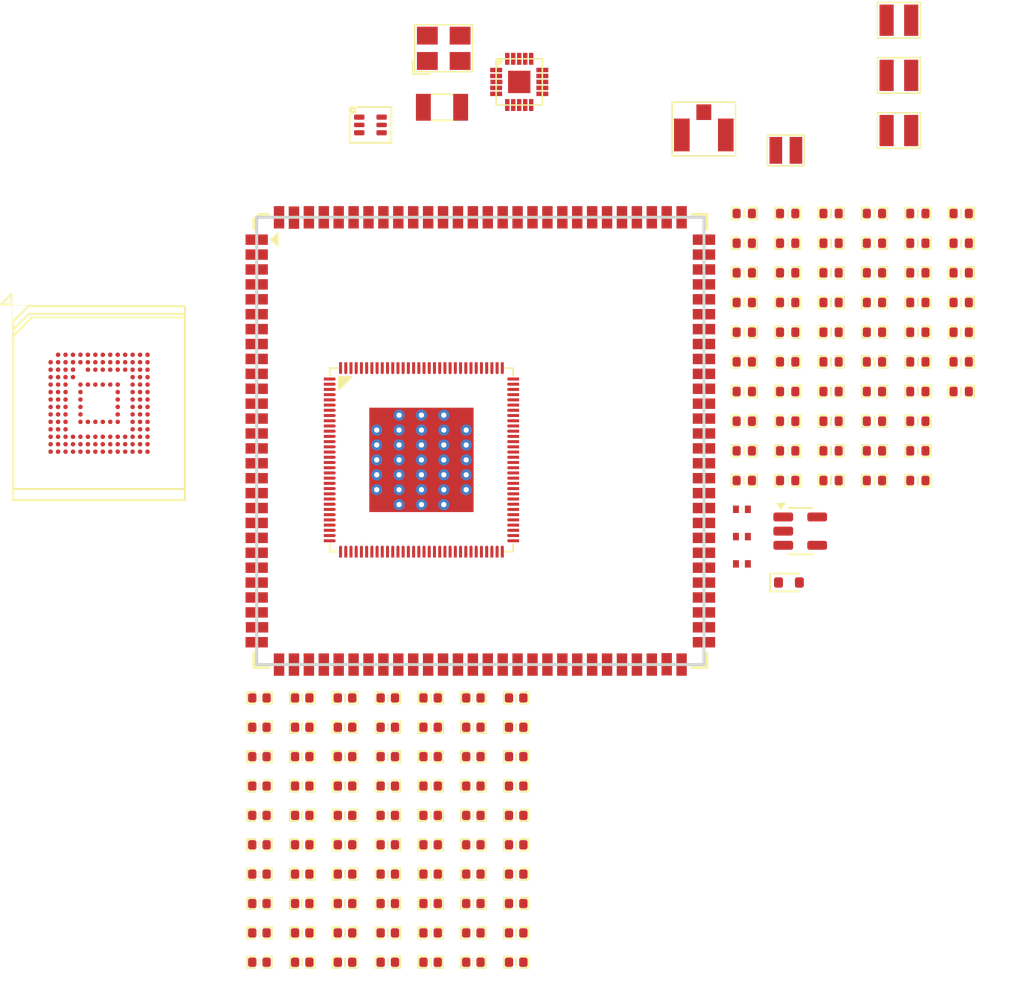
<source format=kicad_pcb>
(kicad_pcb (version 20241229) (generator "pcbnew") (generator_version "9.0")
  (layers (0 "F.Cu" signal) (2 "B.Cu" signal) (13 "F.Paste" user) (15 "B.Paste" user) (5 "F.SilkS" user "F.Silkscreen") (7 "B.SilkS" user "B.Silkscreen") (1 "F.Mask" user) (3 "B.Mask" user) (25 "Edge.Cuts" user))
  (net 0 "")
  (net 1 "GND")
  (net 2 "Net-(U7-X2)")
  (net 3 "Net-(U1A-OSC_SOC_XIN)")
  (net 4 "VCC_1V8")
  (net 5 "VDD_0V9")
  (net 6 "Net-(U1A-OSC_RTC_XIN)")
  (net 7 "Net-(U1A-OSC_RTC_XOUT)")
  (net 8 "Net-(U1A-RTC_AVDD3V3)")
  (net 9 "VCC_3V3")
  (net 10 "/MIPI_CSI_AVDD_1V8")
  (net 11 "VDD_ARM")
  (net 12 "VCC_DDR")
  (net 13 "Net-(C28-Pad1)")
  (net 14 "VCC5V0_SYS")
  (net 15 "/EN3")
  (net 16 "/EN2")
  (net 17 "/EN1")
  (net 18 "Net-(U3-FB1)")
  (net 19 "Net-(U3-FB2)")
  (net 20 "Net-(U3-FB3)")
  (net 21 "Net-(U3-VCC)")
  (net 22 "Net-(U3-VIN3)")
  (net 23 "Net-(U3-VIN2)")
  (net 24 "Net-(U3-VIN1)")
  (net 25 "VCCIO_FLASH")
  (net 26 "Net-(U1D-CODEC_VCM)")
  (net 27 "Net-(U1D-SARADC_USB_AVDD1V8)")
  (net 28 "3V3")
  (net 29 "Net-(U4-WL_BT_ANT)")
  (net 30 "Net-(J1-Pin_2)")
  (net 31 "/VDDi")
  (net 32 "Net-(U9A-VCCQ1)")
  (net 33 "Net-(U9A-VCC1)")
  (net 34 "VCC3V3_RTC")
  (net 35 "Net-(U1A-OTP_AVDD1V8_ETH_AVDD1V8_TSADC_AVDD1V8)")
  (net 36 "Net-(U1D-FEPHY_AVDD3V3)")
  (net 37 "Net-(U1A-OSC_SOC_XOUT)")
  (net 38 "/GPIO1_D3_d")
  (net 39 "Net-(U1C-I2C3_SCL_M1_AUD_DSM_N_UART5_TX_M1_PWM11_IR_M2_VI_CIF_CLKO_M1_VO_LCDC_CLK_GPIO1_D3_d)")
  (net 40 "Net-(U1C-MIPI_CLK0_OUT_VI_CIF_CLKO_M0_GPIO3_C4_d)")
  (net 41 "/MIPI{slash}LVDS_MCLK0")
  (net 42 "Net-(U1C-VI_BT656_D2_M0_VI_BT1120_D10_PWM7_IR_M2_MIPI_CLK1_OUT_VI_CIF_D10_GPIO3_C6_d)")
  (net 43 "/MIPI{slash}LVDS_MCLK1")
  (net 44 "Net-(U2-EN)")
  (net 45 "Net-(U2-FB)")
  (net 46 "Net-(U1B-FSPI_CLK_EMMC_CLK_GPIO4_B1_d)")
  (net 47 "/EMMC_CLK")
  (net 48 "/SDMMC_CLK")
  (net 49 "Net-(U1B-JTAG_LPMCU_TCK_M1_I2C0_SCL_M2_PWM10_M0_UART5_RTS_M0_SDMMC_CLK_GPIO3_A4_d)")
  (net 50 "Net-(U1D-DRAM_ZQ)")
  (net 51 "Net-(U1D-FEPHY_REXT)")
  (net 52 "Net-(U1D-CODEC_AVSS)")
  (net 53 "/HOST_WAKE_BT")
  (net 54 "/NLWL0EN")
  (net 55 "/SDMMC_DET")
  (net 56 "/GPIO0_A4_d")
  (net 57 "/BT_WAKE_HOST")
  (net 58 "/GPIO0_A3_u")
  (net 59 "/WL_HOST_WAKE")
  (net 60 "/GPIO0_A2_d")
  (net 61 "/WL_EN")
  (net 62 "/GPIO1_A2_d")
  (net 63 "/EMMC_D0")
  (net 64 "Net-(R34-Pad1)")
  (net 65 "Net-(R35-Pad1)")
  (net 66 "/EMMC_D1")
  (net 67 "/EMMC_D2")
  (net 68 "Net-(R36-Pad1)")
  (net 69 "/EMMC_D3")
  (net 70 "Net-(R37-Pad1)")
  (net 71 "/EMMC_D4")
  (net 72 "Net-(R38-Pad1)")
  (net 73 "/EMMC_D5")
  (net 74 "Net-(R39-Pad1)")
  (net 75 "/EMMC_D6")
  (net 76 "Net-(R40-Pad1)")
  (net 77 "Net-(R41-Pad1)")
  (net 78 "/EMMC_D7")
  (net 79 "/EMMC_CMD")
  (net 80 "Net-(R42-Pad1)")
  (net 81 "Net-(R43-Pad1)")
  (net 82 "Net-(R44-Pad1)")
  (net 83 "Net-(R45-Pad1)")
  (net 84 "/SDMMC_D0")
  (net 85 "/SDMMC_D1")
  (net 86 "Net-(R46-Pad1)")
  (net 87 "/SDMMC_D2")
  (net 88 "Net-(R47-Pad1)")
  (net 89 "Net-(R48-Pad1)")
  (net 90 "/SDMMC_D3")
  (net 91 "Net-(R49-Pad1)")
  (net 92 "/SDMMC_CMD")
  (net 93 "Net-(R50-Pad1)")
  (net 94 "Net-(R51-Pad1)")
  (net 95 "/GPIO0_A5_d")
  (net 96 "/GPIO0_A6_d")
  (net 97 "Net-(R52-Pad1)")
  (net 98 "/GPIO1_A4_d")
  (net 99 "Net-(R53-Pad1)")
  (net 100 "/GPIO1_A3_d")
  (net 101 "Net-(R54-Pad1)")
  (net 102 "/FLASH_ALE{slash}EMMC_RST")
  (net 103 "/MIPI{slash}LVDS_D0_N")
  (net 104 "/GPIO1_B0_d")
  (net 105 "/MIPI{slash}LVDS_D3_P")
  (net 106 "/GPIO1_C7_d")
  (net 107 "/GPIO2_A7_d")
  (net 108 "/MIPI{slash}LVDS_CLK_N")
  (net 109 "/MIPI{slash}LVDS_D2_P")
  (net 110 "/GPIO2_A0_d")
  (net 111 "/MIPI{slash}LVDS_CLK_P")
  (net 112 "/USB_P")
  (net 113 "/GPIO1_A1_d")
  (net 114 "/ETH_R_P")
  (net 115 "/GPIO1_A0_d")
  (net 116 "/MIPI{slash}LVDS_RS")
  (net 117 "/GPIO1_C5_d")
  (net 118 "/MIC0_P")
  (net 119 "/GPIO2_A5_d")
  (net 120 "/GPIO1_C2_d")
  (net 121 "/GPIO1_C6_d")
  (net 122 "/GPIO0_A1_d")
  (net 123 "/GPIO1_D0_d")
  (net 124 "/LINEOUT")
  (net 125 "/GPIO4_C0_z")
  (net 126 "/MIPI{slash}LVDS_D0_P")
  (net 127 "/MIPI_I2C3_SDA")
  (net 128 "/NPOR")
  (net 129 "/MIPI{slash}LVDS_CLK1_N")
  (net 130 "/GPIO2_B0_d")
  (net 131 "/MIPI{slash}LVDS_CLK1_P")
  (net 132 "/MIC1_N")
  (net 133 "/GPIO2_A4_d")
  (net 134 "/MIC0_N")
  (net 135 "/GPIO1_B1_d")
  (net 136 "/GPIO2_A2_d")
  (net 137 "/GPIO2_A6_d")
  (net 138 "VCC1V8_MICBIAS")
  (net 139 "/MIPI_I2C_SDA")
  (net 140 "/GPIO1_B2_d")
  (net 141 "/USB_N")
  (net 142 "/GPIO1_C1_d")
  (net 143 "/ETH_T_P")
  (net 144 "/ETH_R_N")
  (net 145 "/GPIO1_C0_d")
  (net 146 "/MIPI{slash}LVDS_RST1")
  (net 147 "/MIPI{slash}LVDS_D2_N")
  (net 148 "/GPIO0_A0_z")
  (net 149 "/GPIO1_D2_d")
  (net 150 "/MIPI_I2C_SCL")
  (net 151 "/GPIO2_B1_d")
  (net 152 "/USB_DET_IN")
  (net 154 "/GPIO2_A1_d")
  (net 155 "/ETH_T_N")
  (net 156 "/GPIO2_A3_d")
  (net 157 "/GPIO1_C3_d")
  (net 158 "/GPIO1_C4_d")
  (net 159 "/GPIO1_D1_d")
  (net 160 "/MIPI{slash}LVDS_D1_N")
  (net 161 "/MIPI{slash}LVDS_D1_P")
  (net 162 "/MIPI_I2C3_SCL")
  (net 163 "/GPIO1_B3_u")
  (net 164 "/MIPI{slash}LVDS_D3_N")
  (net 165 "/GPIO4_C1_z")
  (net 166 "/MIC1_P")
  (net 168 "Net-(U2-SW)")
  (net 169 "Net-(U3-LX)")
  (net 170 "Net-(U3-LX2)")
  (net 171 "Net-(U3-LX3)")
  (net 172 "VCC1V8_CODEC")
  (net 173 "/MIPI{slash}LVDS_RST")
  (footprint "Footprint Library:R_0402_1005Metric" (layer "F.Cu") (at 139.705 77.095)
    (property "Reference" "R28" (hide yes))
    (property "Value" "4.7K")
  )
  (footprint "Footprint Library:C_0402_1005Metric" (layer "F.Cu") (at 101.365 113.385)
    (property "Reference" "C10" (hide yes))
    (property "Value" "100nF 16V X5R")
  )
  (footprint "Footprint Library:Feritte_Beads_0402" (layer "F.Cu") (at 133.725 86.665)
    (property "Reference" "L7" (hide yes))
    (property "Value" "BLM15PD121SN1" (hide yes))
  )
  (footprint "Footprint Library:R_0402_1005Metric" (layer "F.Cu") (at 148.435 67.145)
    (property "Reference" "R53" (hide yes))
    (property "Value" "0R")
  )
  (footprint "Footprint Library:C_0402_1005Metric" (layer "F.Cu") (at 115.715 95.655)
    (property "Reference" "C51" (hide yes))
    (property "Value" "100nF 16V X5R")
  )
  (footprint "Footprint Library:EA3036C" (layer "F.Cu") (at 118.79 54.34)
    (property "Reference" "U3" (hide yes))
    (property "Value" "EA3036C")
  )
  (footprint "Footprint Library:R_0402_1005Metric" (layer "F.Cu") (at 139.705 63.165)
    (property "Reference" "R21" (hide yes))
    (property "Value" "22R %5")
  )
  (footprint "Footprint Library:C_0402_1005Metric" (layer "F.Cu") (at 112.845 101.565)
    (property "Reference" "C44" (hide yes))
    (property "Value" "10uF")
  )
  (footprint "Footprint Library:FTC252012S1R5MBCA" (layer "F.Cu") (at 143.43 50.2)
    (property "Reference" "L4" (hide yes))
    (property "Value" "FTC252012S1R5MBCA")
  )
  (footprint "Footprint Library:R_0402_1005Metric" (layer "F.Cu") (at 139.705 69.135)
    (property "Reference" "R24" (hide yes))
    (property "Value" "6.04K %1")
  )
  (footprint "Footprint Library:R_0402_1005Metric" (layer "F.Cu") (at 148.435 65.155)
    (property "Reference" "R52" (hide yes))
    (property "Value" "0R")
  )
  (footprint "Footprint Library:RV1106G3" (layer "F.Cu") (at 112.18 79.75 90)
    (property "Reference" "U1" (hide yes))
    (property "Value" "RV1106G3")
  )
  (footprint "Footprint Library:R_0402_1005Metric" (layer "F.Cu") (at 133.885 75.105)
    (property "Reference" "R7" (hide yes))
    (property "Value" "22R %5")
  )
  (footprint "Footprint Library:C_0402_1005Metric" (layer "F.Cu") (at 104.235 103.535)
    (property "Reference" "C15" (hide yes))
    (property "Value" "1uF 6.3V X5R")
  )
  (footprint "Footprint Library:R_0402_1005Metric" (layer "F.Cu") (at 142.615 63.165)
    (property "Reference" "R31" (hide yes))
    (property "Value" "1K")
  )
  (footprint "Footprint Library:C_0402_1005Metric" (layer "F.Cu") (at 101.365 111.415)
    (property "Reference" "C9" (hide yes))
    (property "Value" "100nF 16V X5R")
  )
  (footprint "Footprint Library:C_0402_1005Metric" (layer "F.Cu") (at 115.715 97.625)
    (property "Reference" "C52" (hide yes))
    (property "Value" "100nF 16V X5R")
  )
  (footprint "Footprint Library:C_0402_1005Metric" (layer "F.Cu") (at 109.975 109.445)
    (property "Reference" "C38" (hide yes))
    (property "Value" "4.7uF")
  )
  (footprint "Footprint Library:SMD,2x1.6x1mm_Power_Inductor" (layer "F.Cu") (at 137.35 58.93 90)
    (property "Reference" "L3" (hide yes))
    (property "Value" "PIM201610-1R0MTS00")
  )
  (footprint "Footprint Library:C_0402_1005Metric" (layer "F.Cu") (at 104.235 113.385)
    (property "Reference" "C20" (hide yes))
    (property "Value" "1uF 6.3V X5R")
  )
  (footprint "Footprint Library:IPEX1-3-TXZ 214" (layer "F.Cu") (at 131.17 56.37 90)
    (property "Reference" "J1" (hide yes))
    (property "Value" "IPEX1-3-TXZ 214" (hide yes))
  )
  (footprint "Footprint Library:C_0402_1005Metric" (layer "F.Cu") (at 112.845 103.535)
    (property "Reference" "C45" (hide yes))
    (property "Value" "220pF")
  )
  (footprint "Footprint Library:R_0402_1005Metric" (layer "F.Cu") (at 145.525 73.115)
    (property "Reference" "R46" (hide yes))
    (property "Value" "0R")
  )
  (footprint "Footprint Library:C_0402_1005Metric" (layer "F.Cu") (at 115.715 107.475)
    (property "Reference" "C57" (hide yes))
    (property "Value" "10pF")
  )
  (footprint "Footprint Library:R_0402_1005Metric" (layer "F.Cu") (at 145.525 77.095)
    (property "Reference" "R48" (hide yes))
    (property "Value" "0R")
  )
  (footprint "Footprint Library:R_0402_1005Metric" (layer "F.Cu") (at 133.885 65.155)
    (property "Reference" "R2" (hide yes))
    (property "Value" "22R %5")
  )
  (footprint "Footprint Library:C_0402_1005Metric" (layer "F.Cu") (at 109.975 105.505)
    (property "Reference" "C36" (hide yes))
    (property "Value" "100nF 16V X5R")
  )
  (footprint "Footprint Library:R_0402_1005Metric" (layer "F.Cu") (at 136.795 73.115)
    (property "Reference" "R16" (hide yes))
    (property "Value" "47K %1")
  )
  (footprint "Footprint Library:R_0402_1005Metric" (layer "F.Cu") (at 136.795 65.155)
    (property "Reference" "R12" (hide yes))
    (property "Value" "10K %5")
  )
  (footprint "Footprint Library:R_0402_1005Metric" (layer "F.Cu") (at 133.885 79.085)
    (property "Reference" "R9" (hide yes))
    (property "Value" "100K %1")
  )
  (footprint "Footprint Library:R_0402_1005Metric" (layer "F.Cu") (at 145.525 75.105)
    (property "Reference" "R47" (hide yes))
    (property "Value" "0R")
  )
  (footprint "Footprint Library:C_0402_1005Metric" (layer "F.Cu") (at 104.235 107.475)
    (property "Reference" "C17" (hide yes))
    (property "Value" "100nF 16V X5R")
  )
  (footprint "Footprint Library:C_0402_1005Metric" (layer "F.Cu") (at 109.975 107.475)
    (property "Reference" "C37" (hide yes))
    (property "Value" "220pF")
  )
  (footprint "Footprint Library:C_0402_1005Metric" (layer "F.Cu") (at 104.235 109.445)
    (property "Reference" "C18" (hide yes))
    (property "Value" "100nF 16V X5R")
  )
  (footprint "Footprint Library:R_0402_1005Metric" (layer "F.Cu") (at 136.795 81.075)
    (property "Reference" "R20" (hide yes))
    (property "Value" "100K 1%")
  )
  (footprint "Footprint Library:SMD3225-4P" (layer "F.Cu") (at 113.725 52.085)
    (property "Reference" "U7" (hide yes))
    (property "Value" "24MHz" (hide yes))
  )
  (footprint "Footprint Library:C_0402_1005Metric" (layer "F.Cu") (at 104.235 99.595)
    (property "Reference" "C13" (hide yes))
    (property "Value" "10uF 6.3V X5R")
  )
  (footprint "Footprint Library:C_0402_1005Metric" (layer "F.Cu") (at 107.105 105.505)
    (property "Reference" "C26" (hide yes))
    (property "Value" "1uF 6.3V X5R")
  )
  (footprint "Footprint Library:R_0402_1005Metric" (layer "F.Cu") (at 145.525 65.155)
    (property "Reference" "R42" (hide yes))
    (property "Value" "0R")
  )
  (footprint "Footprint Library:R_0402_1005Metric" (layer "F.Cu") (at 142.615 69.135)
    (property "Reference" "R34" (hide yes))
    (property "Value" "0R")
  )
  (footprint "Footprint Library:C_0402_1005Metric" (layer "F.Cu") (at 107.105 101.565)
    (property "Reference" "C24" (hide yes))
    (property "Value" "1uF 6.3V X5R")
  )
  (footprint "Footprint Library:R_0402_1005Metric" (layer "F.Cu") (at 142.615 71.125)
    (property "Reference" "R35" (hide yes))
    (property "Value" "0R")
  )
  (footprint "Footprint Library:Feritte_Beads_0402" (layer "F.Cu") (at 133.725 83.005)
    (property "Reference" "L1" (hide yes))
    (property "Value" "BLM15PD121SN1" (hide yes))
  )
  (footprint "Footprint Library:R_0402_1005Metric" (layer "F.Cu") (at 136.795 75.105)
    (property "Reference" "R17" (hide yes))
    (property "Value" "100K 1%")
  )
  (footprint "Footprint Library:R_0402_1005Metric" (layer "F.Cu") (at 142.615 81.075)
    (property "Reference" "R40" (hide yes))
    (property "Value" "0R")
  )
  (footprint "Footprint Library:R_0402_1005Metric" (layer "F.Cu") (at 136.795 71.125)
    (property "Reference" "R15" (hide yes))
    (property "Value" "9.1K %1")
  )
  (footprint "Footprint Library:C_0402_1005Metric" (layer "F.Cu") (at 104.235 97.625)
    (property "Reference" "C12" (hide yes))
    (property "Value" "10uF 6.3V X5R")
  )
  (footprint "Footprint Library:R_0402_1005Metric" (layer "F.Cu") (at 136.795 69.135)
    (property "Reference" "R14" (hide yes))
    (property "Value" "40.2K %1")
  )
  (footprint "Footprint Library:C_0402_1005Metric" (layer "F.Cu") (at 118.585 95.655)
    (property "Reference" "C61" (hide yes))
    (property "Value" "10uF")
  )
  (footprint "Footprint Library:FTC252012S1R5MBCA" (layer "F.Cu") (at 143.43 53.9)
    (property "Reference" "L5" (hide yes))
    (property "Value" "FTC252012S1R5MBCA")
  )
  (footprint "Footprint Library:C_0402_1005Metric" (layer "F.Cu") (at 101.365 109.445)
    (property "Reference" "C8" (hide yes))
    (property "Value" "1uF 6.3V X5R")
  )
  (footprint "Footprint Library:FTC252012S1R5MBCA" (layer "F.Cu") (at 143.43 57.6)
    (property "Reference" "L6" (hide yes))
    (property "Value" "FTC252012S1R5MBCA")
  )
  (footprint "Footprint Library:C_0402_1005Metric" (layer "F.Cu") (at 109.975 97.625)
    (property "Reference" "C32" (hide yes))
    (property "Value" "10uF")
  )
  (footprint "Footprint Library:R_0402_1005Metric" (layer "F.Cu") (at 136.795 63.165)
    (property "Reference" "R11" (hide yes))
    (property "Value" "100K %5")
  )
  (footprint "Footprint Library:C_0402_1005Metric" (layer "F.Cu") (at 115.715 113.385)
    (property "Reference" "C60" (hide yes))
    (property "Value" "10uF/10V")
  )
  (footprint "Footprint Library:C_0402_1005Metric" (layer "F.Cu") (at 109.975 95.655)
    (property "Reference" "C31" (hide yes))
    (property "Value" "100nF")
  )
  (footprint "Footprint Library:R_0402_1005Metric" (layer "F.Cu") (at 139.705 65.155)
    (property "Reference" "R22" (hide yes))
    (property "Value" "22R %5")
  )
  (footprint "Footprint Library:R_0402_1005Metric" (layer "F.Cu") (at 142.615 67.145)
    (property "Reference" "R33" (hide yes))
    (property "Value" "1K")
  )
  (footprint "Footprint Library:C_0402_1005Metric" (layer "F.Cu") (at 107.105 107.475)
    (property "Reference" "C27" (hide yes))
    (property "Value" "100nF 16V X5R")
  )
  (footprint "Footprint Library:C_0402_1005Metric" (layer "F.Cu") (at 109.975 113.385)
    (property "Reference" "C40" (hide yes))
    (property "Value" "10uF")
  )
  (footprint "Footprint Library:C_0402_1005Metric" (layer "F.Cu") (at 118.585 111.415)
    (property "Reference" "C69" (hide yes))
    (property "Value" "100nF 16V X5R")
  )
  (footprint "Footprint Library:R_0402_1005Metric" (layer "F.Cu") (at 148.435 75.105)
    (property "Reference" "R57" (hide yes))
    (property "Value" "4.7K %5")
  )
  (footprint "Footprint Library:R_0402_1005Metric" (layer "F.Cu") (at 139.705 81.075)
    (property "Reference" "R30" (hide yes))
    (property "Value" "1K")
  )
  (footprint "Footprint Library:R_0402_1005Metric" (layer "F.Cu") (at 133.885 73.115)
    (property "Reference" "R6" (hide yes))
    (property "Value" "22R %5")
  )
  (footprint "Footprint Library:C_0402_1005Metric" (layer "F.Cu") (at 107.105 97.625)
    (property "Reference" "C22" (hide yes))
    (property "Value" "10uF 6.3V X5R")
  )
  (footprint "Footprint Library:EMMC" (layer "F.Cu") (at 90.610067 75.890067)
    (property "Reference" "U9" (hide yes))
    (property "Value" "EMMC_B153_2L" (hide yes))
  )
  (footprint "Footprint Library:R_0402_1005Metric" (layer "F.Cu") (at 133.885 71.125)
    (property "Reference" "R5" (hide yes))
    (property "Value" "1K %5")
  )
  (footprint "Footprint Library:C_0402_1005Metric" (layer "F.Cu") (at 115.715 105.505)
    (property "Reference" "C56" (hide yes))
    (property "Value" "10uF")
  )
  (footprint "Footprint Library:C_0402_1005Metric" (layer "F.Cu") (at 115.715 99.595)
    (property "Reference" "C53" (hide yes))
    (property "Value" "4.7uF 6.3V X5R")
  )
  (footprint "Footprint Library:C_0402_1005Metric" (layer "F.Cu") (at 112.845 105.505)
    (property "Reference" "C46" (hide yes))
    (property "Value" "10uF 10V")
  )
  (footprint "Footprint Library:C_0402_1005Metric" (layer "F.Cu") (at 112.845 99.595)
    (property "Reference" "C43" (hide yes))
    (property "Value" "4.7uF")
  )
  (footprint "Footprint Library:R_0402_1005Metric" (layer "F.Cu") (at 139.705 75.105)
    (property "Reference" "R27" (hide yes))
    (property "Value" "4.7K")
  )
  (footprint "Footprint Library:R_0402_1005Metric" (layer "F.Cu") (at 142.615 73.115)
    (property "Reference" "R36" (hide yes))
    (property "Value" "0R")
  )
  (footprint "Crystal:Crystal_SMD_3215-2Pin_3.2x1.5mm" (layer "F.Cu") (at 113.61 56.04)
    (property "Reference" "Y1" (hide yes))
    (property "Value" "Crystal_32.768kHz")
  )
  (footprint "Footprint Library:C_0402_1005Metric" (layer "F.Cu") (at 118.585 99.595)
    (property "Reference" "C63" (hide yes))
    (property "Value" "100nF 16V X5R")
  )
  (footprint "Footprint Library:C_0402_1005Metric" (layer "F.Cu") (at 101.365 95.655)
    (property "Reference" "C1" (hide yes))
    (property "Value" "18pF C0G")
  )
  (footprint "Footprint Library:C_0402_1005Metric" (layer "F.Cu") (at 107.105 113.385)
    (property "Reference" "C30" (hide yes))
    (property "Value" "10uF 10V")
  )
  (footprint "Footprint Library:C_0402_1005Metric" (layer "F.Cu") (at 115.715 109.445)
    (property "Reference" "C58" (hide yes))
    (property "Value" "DNP")
  )
  (footprint "Footprint Library:C_0402_1005Metric" (layer "F.Cu") (at 107.105 109.445)
    (property "Reference" "C28" (hide yes))
    (property "Value" "10uF 6.3V X5R")
  )
  (footprint "Footprint Library:C_0402_1005Metric" (layer "F.Cu") (at 104.235 101.565)
    (property "Reference" "C14" (hide yes))
    (property "Value" "1uF 6.3V X5R")
  )
  (footprint "Footprint Library:C_0402_1005Metric" (layer "F.Cu") (at 101.365 105.505)
    (property "Reference" "C6" (hide yes))
    (property "Value" "18pF 50V C0G")
  )
  (footprint "Footprint Library:C_0402_1005Metric" (layer "F.Cu") (at 104.235 111.415)
    (property "Reference" "C19" (hide yes))
    (property "Value" "10uF 6.3V X5R")
  )
  (footprint "Footprint Library:R_0402_1005Metric" (layer "F.Cu") (at 142.615 79.085)
    (property "Reference" "R39" (hide yes))
    (property "Value" "0R")
  )
  (footprint "Footprint Library:C_0402_1005Metric" (layer "F.Cu") (at 101.365 97.625)
    (property "Reference" "C2" (hide yes))
    (property "Value" "18pF C0G")
  )
  (footprint "Footprint Library:C_0402_1005Metric" (layer "F.Cu") (at 112.845 107.475)
    (property "Reference" "C47" (hide yes))
    (property "Value" "10uF 10V")
  )
  (footprint "Footprint Library:C_0402_1005Metric" (layer "F.Cu") (at 112.845 97.625)
    (property "Reference" "C42" (hide yes))
    (property "Value" "220pF")
  )
  (footprint "Footprint Library:R_0402_1005Metric" (layer "F.Cu") (at 145.525 63.165)
    (property "Reference" "R41" (hide yes))
    (property "Value" "0R")
  )
  (footprint "Footprint Library:C_0402_1005Metric" (layer "F.Cu") (at 118.585 97.625)
    (property "Reference" "C62" (hide yes))
    (property "Value" "1uF 6.3V X5R")
  )
  (footprint "Footprint Library:C_0402_1005Metric" (layer "F.Cu") (at 107.105 111.415)
    (property "Reference" "C29" (hide yes))
    (property "Value" "100nF 16V X5R")
  )
  (footprint "Footprint Library:R_0402_1005Metric" (layer "F.Cu") (at 133.885 81.075)
    (property "Reference" "R10" (hide yes))
    (property "Value" "127K %1")
  )
  (footprint "Footprint Library:Feritte_Beads_0402" (layer "F.Cu") (at 133.725 84.835)
    (property "Reference" "L2" (hide yes))
    (property "Value" "BLM15PD121SN1" (hide yes))
  )
  (footprint "Footprint Library:R_0402_1005Metric" (layer "F.Cu") (at 136.795 67.145)
    (property "Reference" "R13" (hide yes))
    (property "Value" "200K")
  )
  (footprint "Footprint Library:R_0402_1005Metric" (layer "F.Cu") (at 136.795 79.085)
    (property "Reference" "R19" (hide yes))
    (property "Value" "200K %1")
  )
  (footprint "Footprint Library:C_0402_1005Metric" (layer "F.Cu") (at 115.715 111.415)
    (property "Reference" "C59" (hide yes))
    (property "Value" "10uF")
  )
  (footprint "PCM_Package_TO_SOT_SMD_AKL:SOT-563" (layer "F.Cu") (at 108.81 57.225)
    (property "Reference" "U2" (hide yes))
    (property "Value" "MP1605GTF-Z" (hide yes))
  )
  (footprint "Footprint Library:C_0402_1005Metric" (layer "F.Cu") (at 118.585 109.445)
    (property "Reference" "C68" (hide yes))
    (property "Value" "100nF 16V X5R")
  )
  (footprint "Footprint Library:R_0402_1005Metric" (layer "F.Cu") (at 142.615 77.095)
    (property "Reference" "R38" (hide yes))
    (property "Value" "0R")
  )
  (footprint "Footprint Library:C_0402_1005Metric" (layer "F.Cu") (at 118.585 107.475)
    (property "Reference" "C67" (hide yes))
    (property "Value" "4.7uF 6.3V X5R")
  )
  (footprint "Footprint Library:C_0402_1005Metric" (layer "F.Cu") (at 118.585 105.505)
    (property "Reference" "C66" (hide yes))
    (property "Value" "100nF 16V X5R")
  )
  (footprint "Footprint Library:R_0402_1005Metric" (layer "F.Cu") (at 148.435 69.135)
    (property "Reference" "R54" (hide yes))
    (property "Value" "0R")
  )
  (footprint "Footprint Library:C_0402_1005Metric" (layer "F.Cu") (at 109.975 99.595)
    (property "Reference" "C33" (hide yes))
    (property "Value" "100nF")
  )
  (footprint "Footprint Library:C_0402_1005Metric" (layer "F.Cu") (at 107.105 103.535)
    (property "Reference" "C25" (hide yes))
    (property "Value" "100nF 16V X5R")
  )
  (footprint "Footprint Library:C_0402_1005Metric" (layer "F.Cu") (at 109.975 101.565)
    (property "Reference" "C34" (hide yes))
    (property "Value" "100nF 16V X5R")
  )
  (footprint "Footprint Library:C_0402_1005Metric" (layer "F.Cu") (at 101.365 99.595)
    (property "Reference" "C3" (hide yes))
    (property "Value" "100nF X5R")
  )
  (footprint "Footprint Library:C_0402_1005Metric" (layer "F.Cu") (at 112.845 109.445)
    (property "Reference" "C48" (hide yes))
    (property "Value" "10uF 10V")
  )
  (footprint "Footprint Library:C_0402_1005Metric" (layer "F.Cu") (at 101.365 107.475)
    (property "Reference" "C7" (hide yes))
    (property "Value" "18pF 50V C0G")
  )
  (footprint "Footprint Library:R_0402_1005Metric" (layer "F.Cu") (at 145.525 69.135)
    (property "Reference" "R44" (hide yes))
    (property "Value" "0R")
  )
  (footprint "Footprint Library:C_0402_1005Metric" (layer "F.Cu") (at 101.365 101.565)
    (property "Reference" "C4" (hide yes))
    (property "Value" "100nF X5R")
  )
  (footprint "Footprint Library:C_0402_1005Metric" (layer "F.Cu") (at 112.845 95.655)
    (property "Reference" "C41" (hide yes))
    (property "Value" "10uF")
  )
  (footprint "Diode_SMD:D_SOD-523" (layer "F.Cu") (at 136.88 87.915)
    (property "Reference" "D1" (hide yes))
    (property "Value" "RB521S-30")
  )
  (footprint "Footprint Library:R_0402_1005Metric" (layer "F.Cu") (at 133.885 77.095)
    (property "Reference" "R8" (hide yes))
    (property "Value" "100K")
  )
  (footprint "Footprint Library:C_0402_1005Metric" (layer "F.Cu") (at 112.845 111.415)
    (property "Reference" "C49" (hide yes))
    (property "Value" "10uF 10V")
  )
  (footprint "Footprint Library:R_0402_1005Metric" (layer "F.Cu") (at 148.435 71.125)
    (property "Reference" "R55" (hide yes))
    (property "Value" "10K %5")
  )
  (footprint "Footprint Library:R_0402_1005Metric" (layer "F.Cu") (at 148.435 63.165)
    (property "Reference" "R51" (hide yes))
    (property "Value" "0R")
  )
  (footprint "Footprint Library:R_0402_1005Metric" (layer "F.Cu") (at 145.525 71.125)
    (property "Reference" "R45" (hide yes))
    (property "Value" "0R")
  )
  (footprint "Footprint Library:C_0402_1005Metric" (layer "F.Cu") (at 118.585 113.385)
    (property "Reference" "C70" (hide yes))
    (property "Value" "4.7uF 6.3V X5R")
  )
  (footprint "Footprint Library:R_0402_1005Metric" (layer "F.Cu") (at 142.615 75.105)
    (property "Reference" "R37" (hide yes))
    (property "Value" "0R")
  )
  (footprint "Footprint Library:R_0402_1005Metric" (layer "F.Cu") (at 139.705 71.125)
    (property "Reference" "R25" (hide yes))
    (property "Value" "0R %5")
  )
  (footprint "Footprint Library:R_0402_1005Metric" (layer "F.Cu") (at 142.615 65.155)
    (property "Reference" "R32" (hide yes))
    (property "Value" "1K")
  )
  (footprint "Footprint Library:C_0402_1005Metric" (layer "F.Cu") (at 109.975 111.415)
    (property "Reference" "C39" (hide yes))
    (property "Value" "4.7uF")
  )
  (footprint "Footprint Library:R_0402_1005Metric" (layer "F.Cu") (at 148.435 73.115)
    (property "Reference" "R56" (hide yes))
    (property "Value" "10K %5")
  )
  (footprint "Footprint Library:C_0402_1005Metric" (layer "F.Cu") (at 104.235 95.655)
    (property "Reference" "C11" (hide yes))
    (property "Value" "100nF 16V X5R")
  )
  (footprint "Footprint Library:C_0402_1005Metric" (layer "F.Cu") (at 109.975 103.535)
    (property "Reference" "C35" (hide yes))
    (property "Value" "DNP")
  )
  (footprint "Package_TO_SOT_SMD:SOT-23-5" (layer "F.Cu") (at 137.635 84.47)
    (property "Reference" "U8" (hide yes))
    (property "Value" "ME6217C33M5G")
  )
  (footprint "Footprint Library:C_0402_1005Metric" (layer "F.Cu") (at 107.105 99.595)
    (property "Reference" "C23" (hide yes))
    (property "Value" "10uF 6.3V X5R")
  )
  (footprint "Footprint Library:R_0402_1005Metric" (layer "F.Cu") (at 139.705 79.085)
    (property "Reference" "R29" (hide yes))
    (property "Value" "10K")
  )
  (footprint "Footprint Library:R_0402_1005Metric" (layer "F.Cu") (at 145.525 81.075)
    (property "Reference" "R50" (hide yes))
    (property "Value" "0R")
  )
  (footprint "Footprint Library:C_0402_1005Metric" (layer "F.Cu") (at 118.585 101.565)
    (property "Reference" "C64" (hide yes))
    (property "Value" "100nF 16V X5R")
  )
  (footprint "Footprint Library:R_0402_1005Metric" (layer "F.Cu") (at 133.885 67.145)
    (property "Reference" "R3" (hide yes))
    (property "Value" "100R %5")
  )
  (footprint "Footprint Library:C_0402_1005Metric" (layer "F.Cu") (at 118.585 103.535)
    (property "Reference" "C65" (hide yes))
    (property "Value" "100nF 16V X5R")
  )
  (footprint "Footprint Library:R_0402_1005Metric" (layer "F.Cu") (at 145.525 67.145)
    (property "Reference" "R43" (hide yes))
    (property "Value" "0R")
  )
  (footprint "Footprint Library:C_0402_1005Metric" (layer "F.Cu") (at 115.715 101.565)
    (property "Reference" "C54" (hide yes))
    (property "Value" "100nF 16V X5R")
  )
  (footprint "Footprint Library:C_0402_1005Metric" (layer "F.Cu") (at 115.715 103.535)
    (property "Reference" "C55" (hide yes))
    (property "Value" "100nF 16V X5R")
  )
  (footprint "Footprint Library:R_0402_1005Metric" (layer "F.Cu") (at 145.525 79.085)
    (property "Reference" "R49" (hide yes))
    (property "Value" "0R")
  )
  (footprint "Footprint Library:C_0402_1005Metric" (layer "F.Cu") (at 101.365 103.535)
    (property "Reference" "C5" (hide yes))
    (property "Value" "100nF 16V X5R")
  )
  (footprint "Footprint Library:R_0402_1005Metric" (layer "F.Cu") (at 133.885 63.165)
    (property "Reference" "R1" (hide yes))
    (property "Value" "1M %5")
  )
  (footprint "Footprint Library:R_0402_1005Metric" (layer "F.Cu") (at 139.705 73.115)
    (property "Reference" "R26" (hide yes))
    (property "Value" "1K %5")
  )
  (footprint "Footprint Library:C_0402_1005Metric" (layer "F.Cu") (at 104.235 105.505)
    (property "Reference" "C16" (hide yes))
    (property "Value" "100nF 16V X5R")
  )
  (footprint "Footprint Library:R_0402_1005Metric" (layer "F.Cu") (at 139.705 67.145)
    (property "Reference" "R23" (hide yes))
    (property "Value" "240R %1")
  )
  (footprint "Footprint Library:C_0402_1005Metric" (layer "F.Cu") (at 107.105 95.655)
    (property "Reference" "C21" (hide yes))
    (property "Value" "100nF 16V X5R")
  )
  (footprint "Footprint Library:R_0402_1005Metric" (layer "F.Cu") (at 133.885 69.135)
    (property "Reference" "R4" (hide yes))
    (property "Value" "22R %5")
  )
  (footprint "Footprint Library:R_0402_1005Metric" (layer "F.Cu") (at 136.795 77.095)
    (property "Reference" "R18" (hide yes))
    (property "Value" "0R %5")
  )
  (footprint "Footprint Library:C_0402_1005Metric" (layer "F.Cu") (at 112.845 113.385)
    (property "Reference" "C50" (hide yes))
    (property "Value" "100nF 16V X5R")
  )
  (footprint "Footprint Library:Core1106-SMT" (layer "F.Cu") (at 116.18 78.42)
    (property "Reference" "U5" (hide yes))
    (property "Value" "DNP" (hide yes))
    (fp_line (start -15 -15) (end 15 -15) (stroke (width 0.2)) (layer "Edge.Cuts"))
    (fp_line (start -15 15) (end -15 -15) (stroke (width 0.2)) (layer "Edge.Cuts"))
    (fp_line (start -15 15) (end 15 15) (stroke (width 0.2)) (layer "Edge.Cuts"))
    (fp_line (start 15 15) (end 15 -15) (stroke (width 0.2)) (layer "Edge.Cuts"))
  )
)
</source>
